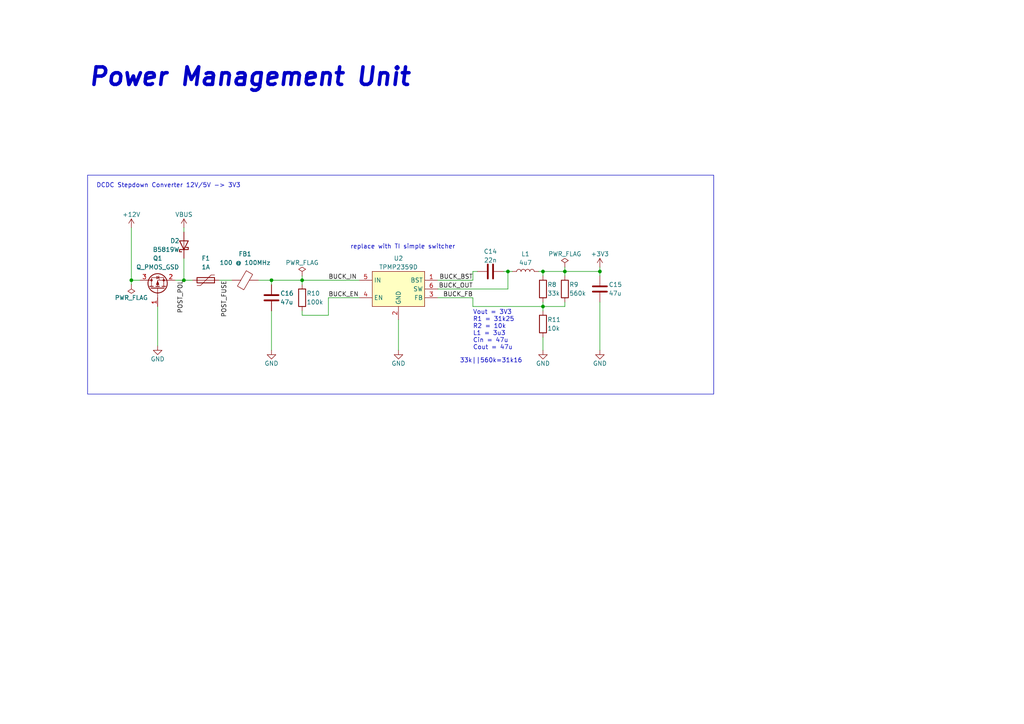
<source format=kicad_sch>
(kicad_sch (version 20230121) (generator eeschema)
  (paper "A4")
  (title_block (title "Power Management Unit") (date "2023-08-02") (rev "R1") (company "s-grundner"))
  (lib_symbols
    (symbol "Device:C" (pin_numbers hide) (pin_names (offset 0.254))
      (property "Reference" "C" (at 0.635 2.54 0))
      (property "Value" "C" (at 0.635 -2.54 0))
      (symbol "C_0_1"
        (polyline (pts (xy -2.032 -0.762) (xy 2.032 -0.762)) (stroke (width 0.508)))
        (polyline (pts (xy -2.032 0.762) (xy 2.032 0.762)) (stroke (width 0.508)))
      )
      (symbol "C_1_1"
        (pin passive line (at 0 3.81 270) (length 2.794) (name "~") (number "1"))
        (pin passive line (at 0 -3.81 90) (length 2.794) (name "~") (number "2"))
      )
    )
    (symbol "Device:D_Schottky" (pin_numbers hide) (pin_names (offset 1.016) hide)
      (property "Reference" "D" (at 0 2.54 0))
      (property "Value" "D_Schottky" (at 0 -2.54 0))
      (symbol "D_Schottky_0_1"
        (polyline (pts (xy 1.27 0) (xy -1.27 0)))
        (polyline (pts (xy 1.27 1.27) (xy 1.27 -1.27) (xy -1.27 0) (xy 1.27 1.27)) (stroke (width 0.254)))
        (polyline (pts (xy -1.905 0.635) (xy -1.905 1.27) (xy -1.27 1.27) (xy -1.27 -1.27) (xy -0.635 -1.27) (xy -0.635 -0.635)) (stroke (width 0.254)))
      )
      (symbol "D_Schottky_1_1"
        (pin passive line (at -3.81 0 0) (length 2.54) (name "K") (number "1"))
        (pin passive line (at 3.81 0 180) (length 2.54) (name "A") (number "2"))
      )
    )
    (symbol "Device:FerriteBead" (pin_numbers hide) (pin_names (offset 0))
      (property "Reference" "FB" (at -3.81 0.635 90))
      (property "Value" "FerriteBead" (at 3.81 0 90))
      (symbol "FerriteBead_0_1"
        (polyline (pts (xy 0 -1.27) (xy 0 -1.2192)))
        (polyline (pts (xy 0 1.27) (xy 0 1.2954)))
        (polyline (pts (xy -2.7686 0.4064) (xy -1.7018 2.2606) (xy 2.7686 -0.3048) (xy 1.6764 -2.159) (xy -2.7686 0.4064)))
      )
      (symbol "FerriteBead_1_1"
        (pin passive line (at 0 3.81 270) (length 2.54) (name "~") (number "1"))
        (pin passive line (at 0 -3.81 90) (length 2.54) (name "~") (number "2"))
      )
    )
    (symbol "Device:L" (pin_numbers hide) (pin_names (offset 1.016) hide)
      (property "Reference" "L" (at -1.27 0 90))
      (property "Value" "L" (at 1.905 0 90))
      (symbol "L_0_1"
        (arc (start 0 -2.54) (mid 0.6323 -1.905) (end 0 -1.27))
        (arc (start 0 -1.27) (mid 0.6323 -0.635) (end 0 0))
        (arc (start 0 0) (mid 0.6323 0.635) (end 0 1.27))
        (arc (start 0 1.27) (mid 0.6323 1.905) (end 0 2.54))
      )
      (symbol "L_1_1"
        (pin passive line (at 0 3.81 270) (length 1.27) (name "1") (number "1"))
        (pin passive line (at 0 -3.81 90) (length 1.27) (name "2") (number "2"))
      )
    )
    (symbol "Device:Polyfuse" (pin_numbers hide) (pin_names (offset 0))
      (property "Reference" "F" (at -2.54 0 90))
      (property "Value" "Polyfuse" (at 2.54 0 90))
      (symbol "Polyfuse_0_1"
        (rectangle (start -0.762 2.54) (end 0.762 -2.54) (stroke (width 0.254)))
        (polyline (pts (xy 0 2.54) (xy 0 -2.54)))
        (polyline (pts (xy -1.524 2.54) (xy -1.524 1.524) (xy 1.524 -1.524) (xy 1.524 -2.54)))
      )
      (symbol "Polyfuse_1_1"
        (pin passive line (at 0 3.81 270) (length 1.27) (name "~") (number "1"))
        (pin passive line (at 0 -3.81 90) (length 1.27) (name "~") (number "2"))
      )
    )
    (symbol "Device:Q_PMOS_GSD" (pin_names (offset 0) hide)
      (property "Reference" "Q" (at 5.08 1.27 0))
      (property "Value" "Q_PMOS_GSD" (at 5.08 -1.27 0))
      (symbol "Q_PMOS_GSD_0_1"
        (polyline (pts (xy 0.254 0) (xy -2.54 0)))
        (polyline (pts (xy 0.254 1.905) (xy 0.254 -1.905)) (stroke (width 0.254)))
        (polyline (pts (xy 0.762 -1.27) (xy 0.762 -2.286)) (stroke (width 0.254)))
        (polyline (pts (xy 0.762 0.508) (xy 0.762 -0.508)) (stroke (width 0.254)))
        (polyline (pts (xy 0.762 2.286) (xy 0.762 1.27)) (stroke (width 0.254)))
        (polyline (pts (xy 2.54 2.54) (xy 2.54 1.778)))
        (polyline (pts (xy 2.54 -2.54) (xy 2.54 0) (xy 0.762 0)))
        (polyline (pts (xy 0.762 1.778) (xy 3.302 1.778) (xy 3.302 -1.778) (xy 0.762 -1.778)))
        (polyline (pts (xy 2.286 0) (xy 1.27 0.381) (xy 1.27 -0.381) (xy 2.286 0)) (fill (type outline)))
        (polyline (pts (xy 2.794 -0.508) (xy 2.921 -0.381) (xy 3.683 -0.381) (xy 3.81 -0.254)))
        (polyline (pts (xy 3.302 -0.381) (xy 2.921 0.254) (xy 3.683 0.254) (xy 3.302 -0.381)))
        (circle (center 1.651 0) (radius 2.794) (stroke (width 0.254)))
        (circle (center 2.54 -1.778) (radius 0.254) (fill (type outline)))
        (circle (center 2.54 1.778) (radius 0.254) (fill (type outline)))
      )
      (symbol "Q_PMOS_GSD_1_1"
        (pin input line (at -5.08 0 0) (length 2.54) (name "G") (number "1"))
        (pin passive line (at 2.54 -5.08 90) (length 2.54) (name "S") (number "2"))
        (pin passive line (at 2.54 5.08 270) (length 2.54) (name "D") (number "3"))
      )
    )
    (symbol "Device:R" (pin_numbers hide) (pin_names (offset 0))
      (property "Reference" "R" (at 2.032 0 90))
      (property "Value" "R" (at 0 0 90))
      (symbol "R_0_1"
        (rectangle (start -1.016 -2.54) (end 1.016 2.54) (stroke (width 0.254)))
      )
      (symbol "R_1_1"
        (pin passive line (at 0 3.81 270) (length 1.27) (name "~") (number "1"))
        (pin passive line (at 0 -3.81 90) (length 1.27) (name "~") (number "2"))
      )
    )
    (symbol "Regulator_Switching:TPMP2359"
      (property "Reference" "U" (at 1.27 1.27 0))
      (symbol "TPMP2359_1_1"
        (rectangle (start 0 0) (end 15.24 -10.16) (fill (type background)))
        (pin passive line (at 19.05 -2.54 180) (length 3.81) (name "BST") (number "1"))
        (pin passive line (at 7.62 -13.97 90) (length 3.81) (name "GND") (number "2"))
        (pin passive line (at 19.05 -7.62 180) (length 3.81) (name "FB") (number "3"))
        (pin passive line (at -3.81 -7.62 0) (length 3.81) (name "EN") (number "4"))
        (pin passive line (at -3.81 -2.54 0) (length 3.81) (name "IN") (number "5"))
        (pin passive line (at 19.05 -5.08 180) (length 3.81) (name "SW") (number "6"))
      )
    )
    (symbol "power:+12V" (power) (pin_names (offset 0))
      (property "Value" "+12V" (at 0 3.556 0))
      (symbol "+12V_0_1"
        (polyline (pts (xy -0.762 1.27) (xy 0 2.54)))
        (polyline (pts (xy 0 0) (xy 0 2.54)))
        (polyline (pts (xy 0 2.54) (xy 0.762 1.27)))
      )
      (symbol "+12V_1_1"
        (pin power_in line (at 0 0 90) (length 0) hide (name "+12V") (number "1"))
      )
    )
    (symbol "power:+3V3" (power) (pin_names (offset 0))
      (property "Value" "+3V3" (at 0 3.556 0))
      (symbol "+3V3_0_1"
        (polyline (pts (xy -0.762 1.27) (xy 0 2.54)))
        (polyline (pts (xy 0 0) (xy 0 2.54)))
        (polyline (pts (xy 0 2.54) (xy 0.762 1.27)))
      )
      (symbol "+3V3_1_1"
        (pin power_in line (at 0 0 90) (length 0) hide (name "+3V3") (number "1"))
      )
    )
    (symbol "power:GND" (power) (pin_names (offset 0))
      (property "Value" "GND" (at 0 -3.81 0))
      (symbol "GND_0_1"
        (polyline (pts (xy 0 0) (xy 0 -1.27) (xy 1.27 -1.27) (xy 0 -2.54) (xy -1.27 -1.27) (xy 0 -1.27)))
      )
      (symbol "GND_1_1"
        (pin power_in line (at 0 0 270) (length 0) hide (name "GND") (number "1"))
      )
    )
    (symbol "power:PWR_FLAG" (power) (pin_numbers hide) (pin_names (offset 0) hide)
      (property "Value" "PWR_FLAG" (at 0 3.81 0))
      (symbol "PWR_FLAG_0_0"
        (pin power_out line (at 0 0 90) (length 0) (name "pwr") (number "1"))
      )
      (symbol "PWR_FLAG_0_1"
        (polyline (pts (xy 0 0) (xy 0 1.27) (xy -1.016 1.905) (xy 0 2.54) (xy 1.016 1.905) (xy 0 1.27)))
      )
    )
    (symbol "power:VBUS" (power) (pin_names (offset 0))
      (property "Value" "VBUS" (at 0 3.81 0))
      (symbol "VBUS_0_1"
        (polyline (pts (xy -0.762 1.27) (xy 0 2.54)))
        (polyline (pts (xy 0 0) (xy 0 2.54)))
        (polyline (pts (xy 0 2.54) (xy 0.762 1.27)))
      )
      (symbol "VBUS_1_1"
        (pin power_in line (at 0 0 90) (length 0) hide (name "VBUS") (number "1"))
      )
    )
  )
  (junction (at 38.1 81.28))
  (junction (at 173.99 78.74))
  (junction (at 163.83 78.74))
  (junction (at 157.48 78.74))
  (junction (at 157.48 88.9))
  (junction (at 53.34 81.28))
  (junction (at 147.32 78.74))
  (junction (at 87.63 81.28))
  (junction (at 78.74 81.28))
  (wire (pts (xy 45.72 88.9) (xy 45.72 100.33)))
  (wire (pts (xy 74.93 81.28) (xy 78.74 81.28)))
  (wire (pts (xy 87.63 90.17) (xy 87.63 91.44)))
  (wire (pts (xy 137.16 88.9) (xy 137.16 86.36)))
  (wire (pts (xy 127 86.36) (xy 137.16 86.36)))
  (wire (pts (xy 163.83 77.47) (xy 163.83 78.74)))
  (wire (pts (xy 38.1 81.28) (xy 38.1 82.55)))
  (wire (pts (xy 78.74 82.55) (xy 78.74 81.28)))
  (wire (pts (xy 137.16 78.74) (xy 138.43 78.74)))
  (wire (pts (xy 163.83 78.74) (xy 163.83 80.01)))
  (wire (pts (xy 163.83 78.74) (xy 173.99 78.74)))
  (wire (pts (xy 87.63 80.01) (xy 87.63 81.28)))
  (wire (pts (xy 157.48 87.63) (xy 157.48 88.9)))
  (wire (pts (xy 147.32 78.74) (xy 147.32 83.82)))
  (wire (pts (xy 147.32 78.74) (xy 148.59 78.74)))
  (wire (pts (xy 157.48 78.74) (xy 163.83 78.74)))
  (wire (pts (xy 127 83.82) (xy 147.32 83.82)))
  (wire (pts (xy 63.5 81.28) (xy 67.31 81.28)))
  (wire (pts (xy 95.25 86.36) (xy 104.14 86.36)))
  (wire (pts (xy 157.48 88.9) (xy 137.16 88.9)))
  (wire (pts (xy 173.99 87.63) (xy 173.99 101.6)))
  (wire (pts (xy 53.34 74.93) (xy 53.34 81.28)))
  (wire (pts (xy 53.34 66.04) (xy 53.34 67.31)))
  (wire (pts (xy 173.99 77.47) (xy 173.99 78.74)))
  (wire (pts (xy 50.8 81.28) (xy 53.34 81.28)))
  (wire (pts (xy 53.34 81.28) (xy 55.88 81.28)))
  (wire (pts (xy 156.21 78.74) (xy 157.48 78.74)))
  (wire (pts (xy 146.05 78.74) (xy 147.32 78.74)))
  (wire (pts (xy 137.16 78.74) (xy 137.16 81.28)))
  (wire (pts (xy 157.48 97.79) (xy 157.48 101.6)))
  (wire (pts (xy 38.1 66.04) (xy 38.1 81.28)))
  (wire (pts (xy 157.48 88.9) (xy 157.48 90.17)))
  (wire (pts (xy 78.74 81.28) (xy 87.63 81.28)))
  (wire (pts (xy 87.63 91.44) (xy 95.25 91.44)))
  (wire (pts (xy 163.83 87.63) (xy 163.83 88.9)))
  (wire (pts (xy 157.48 78.74) (xy 157.48 80.01)))
  (wire (pts (xy 38.1 81.28) (xy 40.64 81.28)))
  (wire (pts (xy 87.63 81.28) (xy 87.63 82.55)))
  (wire (pts (xy 157.48 88.9) (xy 163.83 88.9)))
  (wire (pts (xy 173.99 78.74) (xy 173.99 80.01)))
  (wire (pts (xy 95.25 91.44) (xy 95.25 86.36)))
  (wire (pts (xy 78.74 101.6) (xy 78.74 90.17)))
  (wire (pts (xy 87.63 81.28) (xy 104.14 81.28)))
  (wire (pts (xy 127 81.28) (xy 137.16 81.28)))
  (wire (pts (xy 115.57 101.6) (xy 115.57 92.71)))
  (rectangle (start 25.4 50.8) (end 207.01 114.3))
  (text "DCDC Stepdown Converter 12V/5V -> 3V3" (at 27.94 54.61 0) (effects (font (size 1.27 1.27)) (justify left bottom)))
  (text "33k||560k=31k16" (at 133.35 105.41 0) (effects (font (size 1.27 1.27)) (justify left bottom)))
  (text "replace with TI simple switcher" (at 101.6 72.39 0) (effects (font (size 1.27 1.27)) (justify left bottom)))
  (text "Vout = 3V3\nR1 = 31k25\nR2 = 10k\nL1 = 3u3\nCin = 47u\nCout = 47u\n" (at 137.16 101.6 0) (effects (font (size 1.27 1.27)) (justify left bottom)))
  (text "Power Management Unit" (at 25.4 25.4 0) (effects (font (size 5.08 5.08) (thickness 1.016) bold italic) (justify left bottom)))
  (label "BUCK_OUT" (at 137.16 83.82 180))
  (label "POST_POL" (at 53.34 81.28 270))
  (label "BUCK_FB" (at 137.16 86.36 180))
  (label "BUCK_BST" (at 137.16 81.28 180))
  (label "BUCK_IN" (at 95.25 81.28 0))
  (label "POST_FUSE" (at 66.04 81.28 270))
  (label "BUCK_EN" (at 95.25 86.36 0))
  (symbol (lib_id "Regulator_Switching:TPMP2359") (at 107.95 78.74 0) (unit 1)
    (property "Reference" "U2" (at 115.57 74.93 0))
    (property "Value" "TPMP2359D" (at 115.57 77.47 0))
    (property "Footprint" "Package_TO_SOT_SMD:TSOT-23-6" (effects hide))
    (property "Datasheet" "https://datasheet.lcsc.com/lcsc/2201241030_TECH-PUBLIC-TPMP2359DJ_C2959845.pdf" (effects hide))
    (property "LCSC Part #" "C2959845" (effects hide))
  )
  (symbol (lib_id "power:GND") (at 115.57 101.6 0) (unit 1)
    (property "Reference" "#PWR023" (effects hide))
    (property "Value" "GND" (at 115.57 105.41 0))
  )
  (symbol (lib_id "power:+12V") (at 38.1 66.04 0) (unit 1)
    (property "Reference" "#PWR018" (effects hide))
    (property "Value" "+12V" (at 38.1 62.23 0))
  )
  (symbol (lib_id "Device:FerriteBead") (at 71.12 81.28 90) (unit 1)
    (property "Reference" "FB1" (at 71.0692 73.66 90))
    (property "Value" "100 @ 100MHz" (at 71.0692 76.2 90))
    (property "Footprint" "Inductor_SMD:L_0805_2012Metric" (effects hide))
    (property "Datasheet" "https://datasheet.lcsc.com/lcsc/2111221630_Sunlord-GZ2012D101TF_C1015.pdf" (effects hide))
    (property "LCSC Part #" "C1015" (effects hide))
  )
  (symbol (lib_id "power:PWR_FLAG") (at 163.83 77.47 0) (unit 1)
    (property "Reference" "#FLG01" (effects hide))
    (property "Value" "PWR_FLAG" (at 163.83 73.66 0))
  )
  (symbol (lib_id "Device:D_Schottky") (at 53.34 71.12 90) (unit 1)
    (property "Reference" "D2" (at 52.07 69.85 90) (effects (justify left)))
    (property "Value" "B5819W" (at 52.07 72.39 90) (effects (justify left)))
    (property "Footprint" "Diode_SMD:D_SOD-123" (effects hide))
    (property "Datasheet" "https://datasheet.lcsc.com/lcsc/2304140030_Jiangsu-Changjing-Electronics-Technology-Co---Ltd--B5819W-SL_C8598.pdf" (effects hide))
    (property "LCSC Part #" "C8598" (effects hide))
  )
  (symbol (lib_id "Device:Polyfuse") (at 59.69 81.28 90) (unit 1)
    (property "Reference" "F1" (at 59.69 74.93 90))
    (property "Value" "1A" (at 59.69 77.47 90))
    (property "Footprint" "Inductor_SMD:L_0805_2012Metric" (effects hide))
    (property "LCSC Part #" "C209741" (effects hide))
  )
  (symbol (lib_id "Device:C") (at 173.99 83.82 0) (unit 1)
    (property "Reference" "C15" (at 176.53 82.55 0) (effects (justify left)))
    (property "Value" "47u" (at 176.53 85.09 0) (effects (justify left)))
    (property "Footprint" "Capacitor_SMD:C_1210_3225Metric" (effects hide))
    (property "LCSC Part #" "C90142" (effects hide))
  )
  (symbol (lib_id "power:GND") (at 78.74 101.6 0) (unit 1)
    (property "Reference" "#PWR022" (effects hide))
    (property "Value" "GND" (at 78.74 105.41 0))
  )
  (symbol (lib_id "Device:L") (at 152.4 78.74 90) (unit 1)
    (property "Reference" "L1" (at 152.4 73.66 90))
    (property "Value" "4u7" (at 152.4 76.2 90))
    (property "Footprint" "Inductor_SMD:L_Wuerth_WE-TPC-3816" (effects hide))
    (property "Datasheet" "https://datasheet.lcsc.com/lcsc/2304140030_Sunltech-Tech-SLH0704S3R3MTT_C216194.pdf" (effects hide))
    (property "LCSC Part #" "C182156" (effects hide))
  )
  (symbol (lib_id "power:+3V3") (at 173.99 77.47 0) (unit 1)
    (property "Reference" "#PWR020" (effects hide))
    (property "Value" "+3V3" (at 173.99 73.66 0))
  )
  (symbol (lib_id "Device:R") (at 87.63 86.36 0) (unit 1)
    (property "Reference" "R10" (at 88.9 85.09 0) (effects (justify left)))
    (property "Value" "100k" (at 88.9 87.63 0) (effects (justify left)))
    (property "Footprint" "Resistor_SMD:R_0402_1005Metric" (effects hide))
    (property "LCSC Part #" "C25741" (effects hide))
  )
  (symbol (lib_id "Device:R") (at 157.48 83.82 0) (unit 1)
    (property "Reference" "R8" (at 158.75 82.55 0) (effects (justify left)))
    (property "Value" "33k" (at 158.75 85.09 0) (effects (justify left)))
    (property "Footprint" "Resistor_SMD:R_0402_1005Metric" (effects hide))
    (property "LCSC Part #" "C25779" (effects hide))
  )
  (symbol (lib_id "Device:R") (at 157.48 93.98 0) (unit 1)
    (property "Reference" "R11" (at 158.75 92.71 0) (effects (justify left)))
    (property "Value" "10k" (at 158.75 95.25 0) (effects (justify left)))
    (property "Footprint" "Resistor_SMD:R_0402_1005Metric" (effects hide))
    (property "LCSC Part #" "C25744" (effects hide))
  )
  (symbol (lib_id "power:PWR_FLAG") (at 87.63 80.01 0) (unit 1)
    (property "Reference" "#FLG02" (effects hide))
    (property "Value" "PWR_FLAG" (at 87.63 76.2 0))
  )
  (symbol (lib_id "power:VBUS") (at 53.34 66.04 0) (unit 1)
    (property "Reference" "#PWR019" (effects hide))
    (property "Value" "VBUS" (at 53.34 62.23 0))
  )
  (symbol (lib_id "power:PWR_FLAG") (at 38.1 82.55 180) (unit 1)
    (property "Reference" "#FLG03" (effects hide))
    (property "Value" "PWR_FLAG" (at 38.1 86.36 0))
  )
  (symbol (lib_id "Device:Q_PMOS_GSD") (at 45.72 83.82 90) (unit 1)
    (property "Reference" "Q1" (at 45.72 74.93 90))
    (property "Value" "Q_PMOS_GSD" (at 45.72 77.47 90))
    (property "Footprint" "Package_TO_SOT_SMD:TSOT-23" (effects hide))
    (property "Datasheet" "https://datasheet.lcsc.com/lcsc/1810171817_Alpha---Omega-Semicon-AO3401A_C15127.pdf" (effects hide))
    (property "LCSC Part #" "C15127" (effects hide))
  )
  (symbol (lib_id "power:GND") (at 45.72 100.33 0) (unit 1)
    (property "Reference" "#PWR021" (effects hide))
    (property "Value" "GND" (at 45.72 104.14 0))
  )
  (symbol (lib_id "Device:C") (at 78.74 86.36 0) (unit 1)
    (property "Reference" "C16" (at 81.28 85.09 0) (effects (justify left)))
    (property "Value" "47u" (at 81.28 87.63 0) (effects (justify left)))
    (property "Footprint" "Capacitor_SMD:C_1210_3225Metric" (effects hide))
    (property "LCSC Part #" "C90142" (effects hide))
  )
  (symbol (lib_id "Device:R") (at 163.83 83.82 0) (unit 1)
    (property "Reference" "R9" (at 165.1 82.55 0) (effects (justify left)))
    (property "Value" "560k" (at 165.1 85.09 0) (effects (justify left)))
    (property "Footprint" "Resistor_SMD:R_0603_1608Metric" (effects hide))
    (property "LCSC Part #" "C23203" (effects hide))
  )
  (symbol (lib_id "Device:C") (at 142.24 78.74 90) (unit 1)
    (property "Reference" "C14" (at 142.24 73.66 90) (effects (justify top)))
    (property "Value" "22n" (at 142.24 76.2 90) (effects (justify top)))
    (property "Footprint" "Capacitor_SMD:C_0402_1005Metric" (effects hide))
    (property "LCSC Part #" "C1532" (effects hide))
  )
  (symbol (lib_id "power:GND") (at 157.48 101.6 0) (unit 1)
    (property "Reference" "#PWR024" (effects hide))
    (property "Value" "GND" (at 157.48 105.41 0))
  )
  (symbol (lib_id "power:GND") (at 173.99 101.6 0) (unit 1)
    (property "Reference" "#PWR025" (effects hide))
    (property "Value" "GND" (at 173.99 105.41 0))
  )
)
</source>
